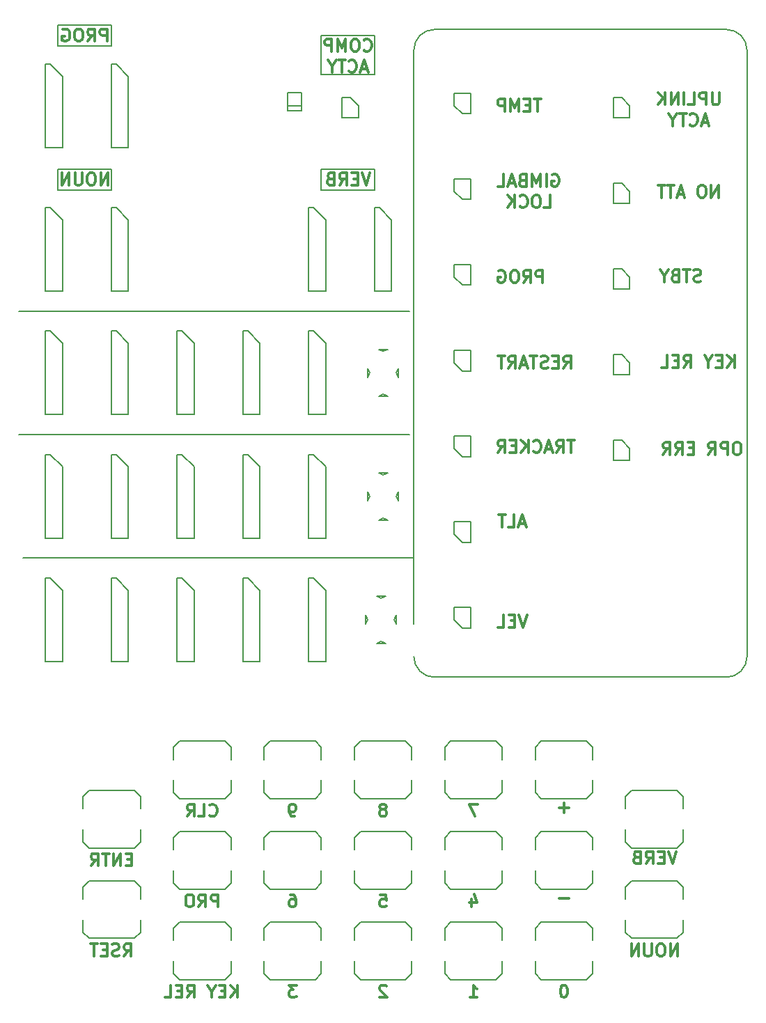
<source format=gbo>
G04 #@! TF.GenerationSoftware,KiCad,Pcbnew,(5.0.0-rc3-dev)*
G04 #@! TF.CreationDate,2018-11-12T18:29:11+00:00*
G04 #@! TF.ProjectId,agc-dsky,6167632D64736B792E6B696361645F70,v0.1*
G04 #@! TF.SameCoordinates,Original*
G04 #@! TF.FileFunction,Legend,Bot*
G04 #@! TF.FilePolarity,Positive*
%FSLAX46Y46*%
G04 Gerber Fmt 4.6, Leading zero omitted, Abs format (unit mm)*
G04 Created by KiCad (PCBNEW (5.0.0-rc3-dev)) date 11/12/18 18:29:11*
%MOMM*%
%LPD*%
G01*
G04 APERTURE LIST*
%ADD10C,0.300000*%
%ADD11C,0.200000*%
%ADD12C,0.150000*%
G04 APERTURE END LIST*
D10*
X139928571Y-131428571D02*
X139428571Y-132928571D01*
X138928571Y-131428571D01*
X138428571Y-132142857D02*
X137928571Y-132142857D01*
X137714285Y-132928571D02*
X138428571Y-132928571D01*
X138428571Y-131428571D01*
X137714285Y-131428571D01*
X136214285Y-132928571D02*
X136714285Y-132214285D01*
X137071428Y-132928571D02*
X137071428Y-131428571D01*
X136500000Y-131428571D01*
X136357142Y-131500000D01*
X136285714Y-131571428D01*
X136214285Y-131714285D01*
X136214285Y-131928571D01*
X136285714Y-132071428D01*
X136357142Y-132142857D01*
X136500000Y-132214285D01*
X137071428Y-132214285D01*
X135071428Y-132142857D02*
X134857142Y-132214285D01*
X134785714Y-132285714D01*
X134714285Y-132428571D01*
X134714285Y-132642857D01*
X134785714Y-132785714D01*
X134857142Y-132857142D01*
X135000000Y-132928571D01*
X135571428Y-132928571D01*
X135571428Y-131428571D01*
X135071428Y-131428571D01*
X134928571Y-131500000D01*
X134857142Y-131571428D01*
X134785714Y-131714285D01*
X134785714Y-131857142D01*
X134857142Y-132000000D01*
X134928571Y-132071428D01*
X135071428Y-132142857D01*
X135571428Y-132142857D01*
X140035714Y-144178571D02*
X140035714Y-142678571D01*
X139178571Y-144178571D01*
X139178571Y-142678571D01*
X138178571Y-142678571D02*
X137892857Y-142678571D01*
X137750000Y-142750000D01*
X137607142Y-142892857D01*
X137535714Y-143178571D01*
X137535714Y-143678571D01*
X137607142Y-143964285D01*
X137750000Y-144107142D01*
X137892857Y-144178571D01*
X138178571Y-144178571D01*
X138321428Y-144107142D01*
X138464285Y-143964285D01*
X138535714Y-143678571D01*
X138535714Y-143178571D01*
X138464285Y-142892857D01*
X138321428Y-142750000D01*
X138178571Y-142678571D01*
X136892857Y-142678571D02*
X136892857Y-143892857D01*
X136821428Y-144035714D01*
X136750000Y-144107142D01*
X136607142Y-144178571D01*
X136321428Y-144178571D01*
X136178571Y-144107142D01*
X136107142Y-144035714D01*
X136035714Y-143892857D01*
X136035714Y-142678571D01*
X135321428Y-144178571D02*
X135321428Y-142678571D01*
X134464285Y-144178571D01*
X134464285Y-142678571D01*
X72750000Y-144178571D02*
X73250000Y-143464285D01*
X73607142Y-144178571D02*
X73607142Y-142678571D01*
X73035714Y-142678571D01*
X72892857Y-142750000D01*
X72821428Y-142821428D01*
X72750000Y-142964285D01*
X72750000Y-143178571D01*
X72821428Y-143321428D01*
X72892857Y-143392857D01*
X73035714Y-143464285D01*
X73607142Y-143464285D01*
X72178571Y-144107142D02*
X71964285Y-144178571D01*
X71607142Y-144178571D01*
X71464285Y-144107142D01*
X71392857Y-144035714D01*
X71321428Y-143892857D01*
X71321428Y-143750000D01*
X71392857Y-143607142D01*
X71464285Y-143535714D01*
X71607142Y-143464285D01*
X71892857Y-143392857D01*
X72035714Y-143321428D01*
X72107142Y-143250000D01*
X72178571Y-143107142D01*
X72178571Y-142964285D01*
X72107142Y-142821428D01*
X72035714Y-142750000D01*
X71892857Y-142678571D01*
X71535714Y-142678571D01*
X71321428Y-142750000D01*
X70678571Y-143392857D02*
X70178571Y-143392857D01*
X69964285Y-144178571D02*
X70678571Y-144178571D01*
X70678571Y-142678571D01*
X69964285Y-142678571D01*
X69535714Y-142678571D02*
X68678571Y-142678571D01*
X69107142Y-144178571D02*
X69107142Y-142678571D01*
X73678571Y-132392857D02*
X73178571Y-132392857D01*
X72964285Y-133178571D02*
X73678571Y-133178571D01*
X73678571Y-131678571D01*
X72964285Y-131678571D01*
X72321428Y-133178571D02*
X72321428Y-131678571D01*
X71464285Y-133178571D01*
X71464285Y-131678571D01*
X70964285Y-131678571D02*
X70107142Y-131678571D01*
X70535714Y-133178571D02*
X70535714Y-131678571D01*
X68750000Y-133178571D02*
X69250000Y-132464285D01*
X69607142Y-133178571D02*
X69607142Y-131678571D01*
X69035714Y-131678571D01*
X68892857Y-131750000D01*
X68821428Y-131821428D01*
X68750000Y-131964285D01*
X68750000Y-132178571D01*
X68821428Y-132321428D01*
X68892857Y-132392857D01*
X69035714Y-132464285D01*
X69607142Y-132464285D01*
X86571428Y-149178571D02*
X86571428Y-147678571D01*
X85714285Y-149178571D02*
X86357142Y-148321428D01*
X85714285Y-147678571D02*
X86571428Y-148535714D01*
X85071428Y-148392857D02*
X84571428Y-148392857D01*
X84357142Y-149178571D02*
X85071428Y-149178571D01*
X85071428Y-147678571D01*
X84357142Y-147678571D01*
X83428571Y-148464285D02*
X83428571Y-149178571D01*
X83928571Y-147678571D02*
X83428571Y-148464285D01*
X82928571Y-147678571D01*
X80428571Y-149178571D02*
X80928571Y-148464285D01*
X81285714Y-149178571D02*
X81285714Y-147678571D01*
X80714285Y-147678571D01*
X80571428Y-147750000D01*
X80500000Y-147821428D01*
X80428571Y-147964285D01*
X80428571Y-148178571D01*
X80500000Y-148321428D01*
X80571428Y-148392857D01*
X80714285Y-148464285D01*
X81285714Y-148464285D01*
X79785714Y-148392857D02*
X79285714Y-148392857D01*
X79071428Y-149178571D02*
X79785714Y-149178571D01*
X79785714Y-147678571D01*
X79071428Y-147678571D01*
X77714285Y-149178571D02*
X78428571Y-149178571D01*
X78428571Y-147678571D01*
X84178571Y-138178571D02*
X84178571Y-136678571D01*
X83607142Y-136678571D01*
X83464285Y-136750000D01*
X83392857Y-136821428D01*
X83321428Y-136964285D01*
X83321428Y-137178571D01*
X83392857Y-137321428D01*
X83464285Y-137392857D01*
X83607142Y-137464285D01*
X84178571Y-137464285D01*
X81821428Y-138178571D02*
X82321428Y-137464285D01*
X82678571Y-138178571D02*
X82678571Y-136678571D01*
X82107142Y-136678571D01*
X81964285Y-136750000D01*
X81892857Y-136821428D01*
X81821428Y-136964285D01*
X81821428Y-137178571D01*
X81892857Y-137321428D01*
X81964285Y-137392857D01*
X82107142Y-137464285D01*
X82678571Y-137464285D01*
X80892857Y-136678571D02*
X80607142Y-136678571D01*
X80464285Y-136750000D01*
X80321428Y-136892857D01*
X80250000Y-137178571D01*
X80250000Y-137678571D01*
X80321428Y-137964285D01*
X80464285Y-138107142D01*
X80607142Y-138178571D01*
X80892857Y-138178571D01*
X81035714Y-138107142D01*
X81178571Y-137964285D01*
X81250000Y-137678571D01*
X81250000Y-137178571D01*
X81178571Y-136892857D01*
X81035714Y-136750000D01*
X80892857Y-136678571D01*
X83142857Y-127035714D02*
X83214285Y-127107142D01*
X83428571Y-127178571D01*
X83571428Y-127178571D01*
X83785714Y-127107142D01*
X83928571Y-126964285D01*
X84000000Y-126821428D01*
X84071428Y-126535714D01*
X84071428Y-126321428D01*
X84000000Y-126035714D01*
X83928571Y-125892857D01*
X83785714Y-125750000D01*
X83571428Y-125678571D01*
X83428571Y-125678571D01*
X83214285Y-125750000D01*
X83142857Y-125821428D01*
X81785714Y-127178571D02*
X82500000Y-127178571D01*
X82500000Y-125678571D01*
X80428571Y-127178571D02*
X80928571Y-126464285D01*
X81285714Y-127178571D02*
X81285714Y-125678571D01*
X80714285Y-125678571D01*
X80571428Y-125750000D01*
X80500000Y-125821428D01*
X80428571Y-125964285D01*
X80428571Y-126178571D01*
X80500000Y-126321428D01*
X80571428Y-126392857D01*
X80714285Y-126464285D01*
X81285714Y-126464285D01*
X93750000Y-147678571D02*
X92821428Y-147678571D01*
X93321428Y-148250000D01*
X93107142Y-148250000D01*
X92964285Y-148321428D01*
X92892857Y-148392857D01*
X92821428Y-148535714D01*
X92821428Y-148892857D01*
X92892857Y-149035714D01*
X92964285Y-149107142D01*
X93107142Y-149178571D01*
X93535714Y-149178571D01*
X93678571Y-149107142D01*
X93750000Y-149035714D01*
X92964285Y-136678571D02*
X93250000Y-136678571D01*
X93392857Y-136750000D01*
X93464285Y-136821428D01*
X93607142Y-137035714D01*
X93678571Y-137321428D01*
X93678571Y-137892857D01*
X93607142Y-138035714D01*
X93535714Y-138107142D01*
X93392857Y-138178571D01*
X93107142Y-138178571D01*
X92964285Y-138107142D01*
X92892857Y-138035714D01*
X92821428Y-137892857D01*
X92821428Y-137535714D01*
X92892857Y-137392857D01*
X92964285Y-137321428D01*
X93107142Y-137250000D01*
X93392857Y-137250000D01*
X93535714Y-137321428D01*
X93607142Y-137392857D01*
X93678571Y-137535714D01*
X93535714Y-127178571D02*
X93250000Y-127178571D01*
X93107142Y-127107142D01*
X93035714Y-127035714D01*
X92892857Y-126821428D01*
X92821428Y-126535714D01*
X92821428Y-125964285D01*
X92892857Y-125821428D01*
X92964285Y-125750000D01*
X93107142Y-125678571D01*
X93392857Y-125678571D01*
X93535714Y-125750000D01*
X93607142Y-125821428D01*
X93678571Y-125964285D01*
X93678571Y-126321428D01*
X93607142Y-126464285D01*
X93535714Y-126535714D01*
X93392857Y-126607142D01*
X93107142Y-126607142D01*
X92964285Y-126535714D01*
X92892857Y-126464285D01*
X92821428Y-126321428D01*
X104678571Y-147821428D02*
X104607142Y-147750000D01*
X104464285Y-147678571D01*
X104107142Y-147678571D01*
X103964285Y-147750000D01*
X103892857Y-147821428D01*
X103821428Y-147964285D01*
X103821428Y-148107142D01*
X103892857Y-148321428D01*
X104750000Y-149178571D01*
X103821428Y-149178571D01*
X103892857Y-136678571D02*
X104607142Y-136678571D01*
X104678571Y-137392857D01*
X104607142Y-137321428D01*
X104464285Y-137250000D01*
X104107142Y-137250000D01*
X103964285Y-137321428D01*
X103892857Y-137392857D01*
X103821428Y-137535714D01*
X103821428Y-137892857D01*
X103892857Y-138035714D01*
X103964285Y-138107142D01*
X104107142Y-138178571D01*
X104464285Y-138178571D01*
X104607142Y-138107142D01*
X104678571Y-138035714D01*
X104392857Y-126321428D02*
X104535714Y-126250000D01*
X104607142Y-126178571D01*
X104678571Y-126035714D01*
X104678571Y-125964285D01*
X104607142Y-125821428D01*
X104535714Y-125750000D01*
X104392857Y-125678571D01*
X104107142Y-125678571D01*
X103964285Y-125750000D01*
X103892857Y-125821428D01*
X103821428Y-125964285D01*
X103821428Y-126035714D01*
X103892857Y-126178571D01*
X103964285Y-126250000D01*
X104107142Y-126321428D01*
X104392857Y-126321428D01*
X104535714Y-126392857D01*
X104607142Y-126464285D01*
X104678571Y-126607142D01*
X104678571Y-126892857D01*
X104607142Y-127035714D01*
X104535714Y-127107142D01*
X104392857Y-127178571D01*
X104107142Y-127178571D01*
X103964285Y-127107142D01*
X103892857Y-127035714D01*
X103821428Y-126892857D01*
X103821428Y-126607142D01*
X103892857Y-126464285D01*
X103964285Y-126392857D01*
X104107142Y-126321428D01*
X115750000Y-125678571D02*
X114750000Y-125678571D01*
X115392857Y-127178571D01*
X114964285Y-137178571D02*
X114964285Y-138178571D01*
X115321428Y-136607142D02*
X115678571Y-137678571D01*
X114750000Y-137678571D01*
X114821428Y-149178571D02*
X115678571Y-149178571D01*
X115250000Y-149178571D02*
X115250000Y-147678571D01*
X115392857Y-147892857D01*
X115535714Y-148035714D01*
X115678571Y-148107142D01*
X126178571Y-147678571D02*
X126321428Y-147678571D01*
X126464285Y-147750000D01*
X126535714Y-147821428D01*
X126607142Y-147964285D01*
X126678571Y-148250000D01*
X126678571Y-148607142D01*
X126607142Y-148892857D01*
X126535714Y-149035714D01*
X126464285Y-149107142D01*
X126321428Y-149178571D01*
X126178571Y-149178571D01*
X126035714Y-149107142D01*
X125964285Y-149035714D01*
X125892857Y-148892857D01*
X125821428Y-148607142D01*
X125821428Y-148250000D01*
X125892857Y-147964285D01*
X125964285Y-147821428D01*
X126035714Y-147750000D01*
X126178571Y-147678571D01*
X125678571Y-137107142D02*
X126821428Y-137107142D01*
X125678571Y-126107142D02*
X126821428Y-126107142D01*
X126250000Y-126678571D02*
X126250000Y-125535714D01*
D11*
X110500000Y-110250000D02*
X146000000Y-110250000D01*
X110500000Y-31500000D02*
X146000000Y-31500000D01*
X146000000Y-110250000D02*
G75*
G03X148500000Y-107750000I0J2500000D01*
G01*
X148500000Y-34000000D02*
G75*
G03X146000000Y-31500000I-2500000J0D01*
G01*
X148500000Y-34000000D02*
X148500000Y-107750000D01*
X108000000Y-103750000D02*
X108000000Y-34000000D01*
X110500000Y-31500000D02*
G75*
G03X108000000Y-34000000I0J-2500000D01*
G01*
X108000000Y-107750000D02*
G75*
G03X110500000Y-110250000I2500000J0D01*
G01*
D10*
X124821428Y-49175000D02*
X124964285Y-49103571D01*
X125178571Y-49103571D01*
X125392857Y-49175000D01*
X125535714Y-49317857D01*
X125607142Y-49460714D01*
X125678571Y-49746428D01*
X125678571Y-49960714D01*
X125607142Y-50246428D01*
X125535714Y-50389285D01*
X125392857Y-50532142D01*
X125178571Y-50603571D01*
X125035714Y-50603571D01*
X124821428Y-50532142D01*
X124750000Y-50460714D01*
X124750000Y-49960714D01*
X125035714Y-49960714D01*
X124107142Y-50603571D02*
X124107142Y-49103571D01*
X123392857Y-50603571D02*
X123392857Y-49103571D01*
X122892857Y-50175000D01*
X122392857Y-49103571D01*
X122392857Y-50603571D01*
X121178571Y-49817857D02*
X120964285Y-49889285D01*
X120892857Y-49960714D01*
X120821428Y-50103571D01*
X120821428Y-50317857D01*
X120892857Y-50460714D01*
X120964285Y-50532142D01*
X121107142Y-50603571D01*
X121678571Y-50603571D01*
X121678571Y-49103571D01*
X121178571Y-49103571D01*
X121035714Y-49175000D01*
X120964285Y-49246428D01*
X120892857Y-49389285D01*
X120892857Y-49532142D01*
X120964285Y-49675000D01*
X121035714Y-49746428D01*
X121178571Y-49817857D01*
X121678571Y-49817857D01*
X120250000Y-50175000D02*
X119535714Y-50175000D01*
X120392857Y-50603571D02*
X119892857Y-49103571D01*
X119392857Y-50603571D01*
X118178571Y-50603571D02*
X118892857Y-50603571D01*
X118892857Y-49103571D01*
X123821428Y-53153571D02*
X124535714Y-53153571D01*
X124535714Y-51653571D01*
X123035714Y-51653571D02*
X122750000Y-51653571D01*
X122607142Y-51725000D01*
X122464285Y-51867857D01*
X122392857Y-52153571D01*
X122392857Y-52653571D01*
X122464285Y-52939285D01*
X122607142Y-53082142D01*
X122750000Y-53153571D01*
X123035714Y-53153571D01*
X123178571Y-53082142D01*
X123321428Y-52939285D01*
X123392857Y-52653571D01*
X123392857Y-52153571D01*
X123321428Y-51867857D01*
X123178571Y-51725000D01*
X123035714Y-51653571D01*
X120892857Y-53010714D02*
X120964285Y-53082142D01*
X121178571Y-53153571D01*
X121321428Y-53153571D01*
X121535714Y-53082142D01*
X121678571Y-52939285D01*
X121750000Y-52796428D01*
X121821428Y-52510714D01*
X121821428Y-52296428D01*
X121750000Y-52010714D01*
X121678571Y-51867857D01*
X121535714Y-51725000D01*
X121321428Y-51653571D01*
X121178571Y-51653571D01*
X120964285Y-51725000D01*
X120892857Y-51796428D01*
X120250000Y-53153571D02*
X120250000Y-51653571D01*
X119392857Y-53153571D02*
X120035714Y-52296428D01*
X119392857Y-51653571D02*
X120250000Y-52510714D01*
X121535714Y-91550000D02*
X120821428Y-91550000D01*
X121678571Y-91978571D02*
X121178571Y-90478571D01*
X120678571Y-91978571D01*
X119464285Y-91978571D02*
X120178571Y-91978571D01*
X120178571Y-90478571D01*
X119178571Y-90478571D02*
X118321428Y-90478571D01*
X118750000Y-91978571D02*
X118750000Y-90478571D01*
X121785714Y-102678571D02*
X121285714Y-104178571D01*
X120785714Y-102678571D01*
X120285714Y-103392857D02*
X119785714Y-103392857D01*
X119571428Y-104178571D02*
X120285714Y-104178571D01*
X120285714Y-102678571D01*
X119571428Y-102678571D01*
X118214285Y-104178571D02*
X118928571Y-104178571D01*
X118928571Y-102678571D01*
X127550000Y-81428571D02*
X126692857Y-81428571D01*
X127121428Y-82928571D02*
X127121428Y-81428571D01*
X125335714Y-82928571D02*
X125835714Y-82214285D01*
X126192857Y-82928571D02*
X126192857Y-81428571D01*
X125621428Y-81428571D01*
X125478571Y-81500000D01*
X125407142Y-81571428D01*
X125335714Y-81714285D01*
X125335714Y-81928571D01*
X125407142Y-82071428D01*
X125478571Y-82142857D01*
X125621428Y-82214285D01*
X126192857Y-82214285D01*
X124764285Y-82500000D02*
X124050000Y-82500000D01*
X124907142Y-82928571D02*
X124407142Y-81428571D01*
X123907142Y-82928571D01*
X122550000Y-82785714D02*
X122621428Y-82857142D01*
X122835714Y-82928571D01*
X122978571Y-82928571D01*
X123192857Y-82857142D01*
X123335714Y-82714285D01*
X123407142Y-82571428D01*
X123478571Y-82285714D01*
X123478571Y-82071428D01*
X123407142Y-81785714D01*
X123335714Y-81642857D01*
X123192857Y-81500000D01*
X122978571Y-81428571D01*
X122835714Y-81428571D01*
X122621428Y-81500000D01*
X122550000Y-81571428D01*
X121907142Y-82928571D02*
X121907142Y-81428571D01*
X121050000Y-82928571D02*
X121692857Y-82071428D01*
X121050000Y-81428571D02*
X121907142Y-82285714D01*
X120407142Y-82142857D02*
X119907142Y-82142857D01*
X119692857Y-82928571D02*
X120407142Y-82928571D01*
X120407142Y-81428571D01*
X119692857Y-81428571D01*
X118192857Y-82928571D02*
X118692857Y-82214285D01*
X119050000Y-82928571D02*
X119050000Y-81428571D01*
X118478571Y-81428571D01*
X118335714Y-81500000D01*
X118264285Y-81571428D01*
X118192857Y-81714285D01*
X118192857Y-81928571D01*
X118264285Y-82071428D01*
X118335714Y-82142857D01*
X118478571Y-82214285D01*
X119050000Y-82214285D01*
X126214285Y-72678571D02*
X126714285Y-71964285D01*
X127071428Y-72678571D02*
X127071428Y-71178571D01*
X126500000Y-71178571D01*
X126357142Y-71250000D01*
X126285714Y-71321428D01*
X126214285Y-71464285D01*
X126214285Y-71678571D01*
X126285714Y-71821428D01*
X126357142Y-71892857D01*
X126500000Y-71964285D01*
X127071428Y-71964285D01*
X125571428Y-71892857D02*
X125071428Y-71892857D01*
X124857142Y-72678571D02*
X125571428Y-72678571D01*
X125571428Y-71178571D01*
X124857142Y-71178571D01*
X124285714Y-72607142D02*
X124071428Y-72678571D01*
X123714285Y-72678571D01*
X123571428Y-72607142D01*
X123500000Y-72535714D01*
X123428571Y-72392857D01*
X123428571Y-72250000D01*
X123500000Y-72107142D01*
X123571428Y-72035714D01*
X123714285Y-71964285D01*
X124000000Y-71892857D01*
X124142857Y-71821428D01*
X124214285Y-71750000D01*
X124285714Y-71607142D01*
X124285714Y-71464285D01*
X124214285Y-71321428D01*
X124142857Y-71250000D01*
X124000000Y-71178571D01*
X123642857Y-71178571D01*
X123428571Y-71250000D01*
X123000000Y-71178571D02*
X122142857Y-71178571D01*
X122571428Y-72678571D02*
X122571428Y-71178571D01*
X121714285Y-72250000D02*
X121000000Y-72250000D01*
X121857142Y-72678571D02*
X121357142Y-71178571D01*
X120857142Y-72678571D01*
X119500000Y-72678571D02*
X120000000Y-71964285D01*
X120357142Y-72678571D02*
X120357142Y-71178571D01*
X119785714Y-71178571D01*
X119642857Y-71250000D01*
X119571428Y-71321428D01*
X119500000Y-71464285D01*
X119500000Y-71678571D01*
X119571428Y-71821428D01*
X119642857Y-71892857D01*
X119785714Y-71964285D01*
X120357142Y-71964285D01*
X119071428Y-71178571D02*
X118214285Y-71178571D01*
X118642857Y-72678571D02*
X118642857Y-71178571D01*
X123678571Y-62278571D02*
X123678571Y-60778571D01*
X123107142Y-60778571D01*
X122964285Y-60850000D01*
X122892857Y-60921428D01*
X122821428Y-61064285D01*
X122821428Y-61278571D01*
X122892857Y-61421428D01*
X122964285Y-61492857D01*
X123107142Y-61564285D01*
X123678571Y-61564285D01*
X121321428Y-62278571D02*
X121821428Y-61564285D01*
X122178571Y-62278571D02*
X122178571Y-60778571D01*
X121607142Y-60778571D01*
X121464285Y-60850000D01*
X121392857Y-60921428D01*
X121321428Y-61064285D01*
X121321428Y-61278571D01*
X121392857Y-61421428D01*
X121464285Y-61492857D01*
X121607142Y-61564285D01*
X122178571Y-61564285D01*
X120392857Y-60778571D02*
X120107142Y-60778571D01*
X119964285Y-60850000D01*
X119821428Y-60992857D01*
X119750000Y-61278571D01*
X119750000Y-61778571D01*
X119821428Y-62064285D01*
X119964285Y-62207142D01*
X120107142Y-62278571D01*
X120392857Y-62278571D01*
X120535714Y-62207142D01*
X120678571Y-62064285D01*
X120750000Y-61778571D01*
X120750000Y-61278571D01*
X120678571Y-60992857D01*
X120535714Y-60850000D01*
X120392857Y-60778571D01*
X118321428Y-60850000D02*
X118464285Y-60778571D01*
X118678571Y-60778571D01*
X118892857Y-60850000D01*
X119035714Y-60992857D01*
X119107142Y-61135714D01*
X119178571Y-61421428D01*
X119178571Y-61635714D01*
X119107142Y-61921428D01*
X119035714Y-62064285D01*
X118892857Y-62207142D01*
X118678571Y-62278571D01*
X118535714Y-62278571D01*
X118321428Y-62207142D01*
X118250000Y-62135714D01*
X118250000Y-61635714D01*
X118535714Y-61635714D01*
X123464285Y-39978571D02*
X122607142Y-39978571D01*
X123035714Y-41478571D02*
X123035714Y-39978571D01*
X122107142Y-40692857D02*
X121607142Y-40692857D01*
X121392857Y-41478571D02*
X122107142Y-41478571D01*
X122107142Y-39978571D01*
X121392857Y-39978571D01*
X120750000Y-41478571D02*
X120750000Y-39978571D01*
X120250000Y-41050000D01*
X119750000Y-39978571D01*
X119750000Y-41478571D01*
X119035714Y-41478571D02*
X119035714Y-39978571D01*
X118464285Y-39978571D01*
X118321428Y-40050000D01*
X118250000Y-40121428D01*
X118178571Y-40264285D01*
X118178571Y-40478571D01*
X118250000Y-40621428D01*
X118321428Y-40692857D01*
X118464285Y-40764285D01*
X119035714Y-40764285D01*
X147442857Y-81678571D02*
X147157142Y-81678571D01*
X147014285Y-81750000D01*
X146871428Y-81892857D01*
X146800000Y-82178571D01*
X146800000Y-82678571D01*
X146871428Y-82964285D01*
X147014285Y-83107142D01*
X147157142Y-83178571D01*
X147442857Y-83178571D01*
X147585714Y-83107142D01*
X147728571Y-82964285D01*
X147800000Y-82678571D01*
X147800000Y-82178571D01*
X147728571Y-81892857D01*
X147585714Y-81750000D01*
X147442857Y-81678571D01*
X146157142Y-83178571D02*
X146157142Y-81678571D01*
X145585714Y-81678571D01*
X145442857Y-81750000D01*
X145371428Y-81821428D01*
X145300000Y-81964285D01*
X145300000Y-82178571D01*
X145371428Y-82321428D01*
X145442857Y-82392857D01*
X145585714Y-82464285D01*
X146157142Y-82464285D01*
X143800000Y-83178571D02*
X144300000Y-82464285D01*
X144657142Y-83178571D02*
X144657142Y-81678571D01*
X144085714Y-81678571D01*
X143942857Y-81750000D01*
X143871428Y-81821428D01*
X143800000Y-81964285D01*
X143800000Y-82178571D01*
X143871428Y-82321428D01*
X143942857Y-82392857D01*
X144085714Y-82464285D01*
X144657142Y-82464285D01*
X142014285Y-82392857D02*
X141514285Y-82392857D01*
X141300000Y-83178571D02*
X142014285Y-83178571D01*
X142014285Y-81678571D01*
X141300000Y-81678571D01*
X139800000Y-83178571D02*
X140300000Y-82464285D01*
X140657142Y-83178571D02*
X140657142Y-81678571D01*
X140085714Y-81678571D01*
X139942857Y-81750000D01*
X139871428Y-81821428D01*
X139800000Y-81964285D01*
X139800000Y-82178571D01*
X139871428Y-82321428D01*
X139942857Y-82392857D01*
X140085714Y-82464285D01*
X140657142Y-82464285D01*
X138300000Y-83178571D02*
X138800000Y-82464285D01*
X139157142Y-83178571D02*
X139157142Y-81678571D01*
X138585714Y-81678571D01*
X138442857Y-81750000D01*
X138371428Y-81821428D01*
X138300000Y-81964285D01*
X138300000Y-82178571D01*
X138371428Y-82321428D01*
X138442857Y-82392857D01*
X138585714Y-82464285D01*
X139157142Y-82464285D01*
X146971428Y-72578571D02*
X146971428Y-71078571D01*
X146114285Y-72578571D02*
X146757142Y-71721428D01*
X146114285Y-71078571D02*
X146971428Y-71935714D01*
X145471428Y-71792857D02*
X144971428Y-71792857D01*
X144757142Y-72578571D02*
X145471428Y-72578571D01*
X145471428Y-71078571D01*
X144757142Y-71078571D01*
X143828571Y-71864285D02*
X143828571Y-72578571D01*
X144328571Y-71078571D02*
X143828571Y-71864285D01*
X143328571Y-71078571D01*
X140828571Y-72578571D02*
X141328571Y-71864285D01*
X141685714Y-72578571D02*
X141685714Y-71078571D01*
X141114285Y-71078571D01*
X140971428Y-71150000D01*
X140900000Y-71221428D01*
X140828571Y-71364285D01*
X140828571Y-71578571D01*
X140900000Y-71721428D01*
X140971428Y-71792857D01*
X141114285Y-71864285D01*
X141685714Y-71864285D01*
X140185714Y-71792857D02*
X139685714Y-71792857D01*
X139471428Y-72578571D02*
X140185714Y-72578571D01*
X140185714Y-71078571D01*
X139471428Y-71078571D01*
X138114285Y-72578571D02*
X138828571Y-72578571D01*
X138828571Y-71078571D01*
X142892857Y-62107142D02*
X142678571Y-62178571D01*
X142321428Y-62178571D01*
X142178571Y-62107142D01*
X142107142Y-62035714D01*
X142035714Y-61892857D01*
X142035714Y-61750000D01*
X142107142Y-61607142D01*
X142178571Y-61535714D01*
X142321428Y-61464285D01*
X142607142Y-61392857D01*
X142750000Y-61321428D01*
X142821428Y-61250000D01*
X142892857Y-61107142D01*
X142892857Y-60964285D01*
X142821428Y-60821428D01*
X142750000Y-60750000D01*
X142607142Y-60678571D01*
X142250000Y-60678571D01*
X142035714Y-60750000D01*
X141607142Y-60678571D02*
X140750000Y-60678571D01*
X141178571Y-62178571D02*
X141178571Y-60678571D01*
X139750000Y-61392857D02*
X139535714Y-61464285D01*
X139464285Y-61535714D01*
X139392857Y-61678571D01*
X139392857Y-61892857D01*
X139464285Y-62035714D01*
X139535714Y-62107142D01*
X139678571Y-62178571D01*
X140250000Y-62178571D01*
X140250000Y-60678571D01*
X139750000Y-60678571D01*
X139607142Y-60750000D01*
X139535714Y-60821428D01*
X139464285Y-60964285D01*
X139464285Y-61107142D01*
X139535714Y-61250000D01*
X139607142Y-61321428D01*
X139750000Y-61392857D01*
X140250000Y-61392857D01*
X138464285Y-61464285D02*
X138464285Y-62178571D01*
X138964285Y-60678571D02*
X138464285Y-61464285D01*
X137964285Y-60678571D01*
X145021428Y-51928571D02*
X145021428Y-50428571D01*
X144164285Y-51928571D01*
X144164285Y-50428571D01*
X143164285Y-50428571D02*
X142878571Y-50428571D01*
X142735714Y-50500000D01*
X142592857Y-50642857D01*
X142521428Y-50928571D01*
X142521428Y-51428571D01*
X142592857Y-51714285D01*
X142735714Y-51857142D01*
X142878571Y-51928571D01*
X143164285Y-51928571D01*
X143307142Y-51857142D01*
X143450000Y-51714285D01*
X143521428Y-51428571D01*
X143521428Y-50928571D01*
X143450000Y-50642857D01*
X143307142Y-50500000D01*
X143164285Y-50428571D01*
X140807142Y-51500000D02*
X140092857Y-51500000D01*
X140950000Y-51928571D02*
X140450000Y-50428571D01*
X139950000Y-51928571D01*
X139664285Y-50428571D02*
X138807142Y-50428571D01*
X139235714Y-51928571D02*
X139235714Y-50428571D01*
X138521428Y-50428571D02*
X137664285Y-50428571D01*
X138092857Y-51928571D02*
X138092857Y-50428571D01*
X145128571Y-39153571D02*
X145128571Y-40367857D01*
X145057142Y-40510714D01*
X144985714Y-40582142D01*
X144842857Y-40653571D01*
X144557142Y-40653571D01*
X144414285Y-40582142D01*
X144342857Y-40510714D01*
X144271428Y-40367857D01*
X144271428Y-39153571D01*
X143557142Y-40653571D02*
X143557142Y-39153571D01*
X142985714Y-39153571D01*
X142842857Y-39225000D01*
X142771428Y-39296428D01*
X142700000Y-39439285D01*
X142700000Y-39653571D01*
X142771428Y-39796428D01*
X142842857Y-39867857D01*
X142985714Y-39939285D01*
X143557142Y-39939285D01*
X141342857Y-40653571D02*
X142057142Y-40653571D01*
X142057142Y-39153571D01*
X140842857Y-40653571D02*
X140842857Y-39153571D01*
X140128571Y-40653571D02*
X140128571Y-39153571D01*
X139271428Y-40653571D01*
X139271428Y-39153571D01*
X138557142Y-40653571D02*
X138557142Y-39153571D01*
X137700000Y-40653571D02*
X138342857Y-39796428D01*
X137700000Y-39153571D02*
X138557142Y-40010714D01*
X143771428Y-42775000D02*
X143057142Y-42775000D01*
X143914285Y-43203571D02*
X143414285Y-41703571D01*
X142914285Y-43203571D01*
X141557142Y-43060714D02*
X141628571Y-43132142D01*
X141842857Y-43203571D01*
X141985714Y-43203571D01*
X142200000Y-43132142D01*
X142342857Y-42989285D01*
X142414285Y-42846428D01*
X142485714Y-42560714D01*
X142485714Y-42346428D01*
X142414285Y-42060714D01*
X142342857Y-41917857D01*
X142200000Y-41775000D01*
X141985714Y-41703571D01*
X141842857Y-41703571D01*
X141628571Y-41775000D01*
X141557142Y-41846428D01*
X141128571Y-41703571D02*
X140271428Y-41703571D01*
X140700000Y-43203571D02*
X140700000Y-41703571D01*
X139485714Y-42489285D02*
X139485714Y-43203571D01*
X139985714Y-41703571D02*
X139485714Y-42489285D01*
X138985714Y-41703571D01*
D11*
X103250000Y-32250000D02*
X103250000Y-37000000D01*
X96750000Y-37000000D02*
X96750000Y-32250000D01*
X96750000Y-32250000D02*
X103250000Y-32250000D01*
X103250000Y-37000000D02*
X96750000Y-37000000D01*
X103250000Y-48500000D02*
X103250000Y-51000000D01*
X96750000Y-51000000D02*
X96750000Y-48500000D01*
X96750000Y-48500000D02*
X103250000Y-48500000D01*
X103250000Y-51000000D02*
X96750000Y-51000000D01*
X71250000Y-31000000D02*
X71250000Y-33500000D01*
X64750000Y-33500000D02*
X64750000Y-31000000D01*
X64750000Y-31000000D02*
X71250000Y-31000000D01*
X71250000Y-33500000D02*
X64750000Y-33500000D01*
X64750000Y-51000000D02*
X64750000Y-48500000D01*
X71250000Y-51000000D02*
X64750000Y-51000000D01*
X71250000Y-48500000D02*
X71250000Y-51000000D01*
X64750000Y-48500000D02*
X71250000Y-48500000D01*
D10*
X101928571Y-34010714D02*
X102000000Y-34082142D01*
X102214285Y-34153571D01*
X102357142Y-34153571D01*
X102571428Y-34082142D01*
X102714285Y-33939285D01*
X102785714Y-33796428D01*
X102857142Y-33510714D01*
X102857142Y-33296428D01*
X102785714Y-33010714D01*
X102714285Y-32867857D01*
X102571428Y-32725000D01*
X102357142Y-32653571D01*
X102214285Y-32653571D01*
X102000000Y-32725000D01*
X101928571Y-32796428D01*
X101000000Y-32653571D02*
X100714285Y-32653571D01*
X100571428Y-32725000D01*
X100428571Y-32867857D01*
X100357142Y-33153571D01*
X100357142Y-33653571D01*
X100428571Y-33939285D01*
X100571428Y-34082142D01*
X100714285Y-34153571D01*
X101000000Y-34153571D01*
X101142857Y-34082142D01*
X101285714Y-33939285D01*
X101357142Y-33653571D01*
X101357142Y-33153571D01*
X101285714Y-32867857D01*
X101142857Y-32725000D01*
X101000000Y-32653571D01*
X99714285Y-34153571D02*
X99714285Y-32653571D01*
X99214285Y-33725000D01*
X98714285Y-32653571D01*
X98714285Y-34153571D01*
X98000000Y-34153571D02*
X98000000Y-32653571D01*
X97428571Y-32653571D01*
X97285714Y-32725000D01*
X97214285Y-32796428D01*
X97142857Y-32939285D01*
X97142857Y-33153571D01*
X97214285Y-33296428D01*
X97285714Y-33367857D01*
X97428571Y-33439285D01*
X98000000Y-33439285D01*
X102321428Y-36275000D02*
X101607142Y-36275000D01*
X102464285Y-36703571D02*
X101964285Y-35203571D01*
X101464285Y-36703571D01*
X100107142Y-36560714D02*
X100178571Y-36632142D01*
X100392857Y-36703571D01*
X100535714Y-36703571D01*
X100750000Y-36632142D01*
X100892857Y-36489285D01*
X100964285Y-36346428D01*
X101035714Y-36060714D01*
X101035714Y-35846428D01*
X100964285Y-35560714D01*
X100892857Y-35417857D01*
X100750000Y-35275000D01*
X100535714Y-35203571D01*
X100392857Y-35203571D01*
X100178571Y-35275000D01*
X100107142Y-35346428D01*
X99678571Y-35203571D02*
X98821428Y-35203571D01*
X99250000Y-36703571D02*
X99250000Y-35203571D01*
X98035714Y-35989285D02*
X98035714Y-36703571D01*
X98535714Y-35203571D02*
X98035714Y-35989285D01*
X97535714Y-35203571D01*
X70678571Y-32928571D02*
X70678571Y-31428571D01*
X70107142Y-31428571D01*
X69964285Y-31500000D01*
X69892857Y-31571428D01*
X69821428Y-31714285D01*
X69821428Y-31928571D01*
X69892857Y-32071428D01*
X69964285Y-32142857D01*
X70107142Y-32214285D01*
X70678571Y-32214285D01*
X68321428Y-32928571D02*
X68821428Y-32214285D01*
X69178571Y-32928571D02*
X69178571Y-31428571D01*
X68607142Y-31428571D01*
X68464285Y-31500000D01*
X68392857Y-31571428D01*
X68321428Y-31714285D01*
X68321428Y-31928571D01*
X68392857Y-32071428D01*
X68464285Y-32142857D01*
X68607142Y-32214285D01*
X69178571Y-32214285D01*
X67392857Y-31428571D02*
X67107142Y-31428571D01*
X66964285Y-31500000D01*
X66821428Y-31642857D01*
X66750000Y-31928571D01*
X66750000Y-32428571D01*
X66821428Y-32714285D01*
X66964285Y-32857142D01*
X67107142Y-32928571D01*
X67392857Y-32928571D01*
X67535714Y-32857142D01*
X67678571Y-32714285D01*
X67750000Y-32428571D01*
X67750000Y-31928571D01*
X67678571Y-31642857D01*
X67535714Y-31500000D01*
X67392857Y-31428571D01*
X65321428Y-31500000D02*
X65464285Y-31428571D01*
X65678571Y-31428571D01*
X65892857Y-31500000D01*
X66035714Y-31642857D01*
X66107142Y-31785714D01*
X66178571Y-32071428D01*
X66178571Y-32285714D01*
X66107142Y-32571428D01*
X66035714Y-32714285D01*
X65892857Y-32857142D01*
X65678571Y-32928571D01*
X65535714Y-32928571D01*
X65321428Y-32857142D01*
X65250000Y-32785714D01*
X65250000Y-32285714D01*
X65535714Y-32285714D01*
X102678571Y-48928571D02*
X102178571Y-50428571D01*
X101678571Y-48928571D01*
X101178571Y-49642857D02*
X100678571Y-49642857D01*
X100464285Y-50428571D02*
X101178571Y-50428571D01*
X101178571Y-48928571D01*
X100464285Y-48928571D01*
X98964285Y-50428571D02*
X99464285Y-49714285D01*
X99821428Y-50428571D02*
X99821428Y-48928571D01*
X99250000Y-48928571D01*
X99107142Y-49000000D01*
X99035714Y-49071428D01*
X98964285Y-49214285D01*
X98964285Y-49428571D01*
X99035714Y-49571428D01*
X99107142Y-49642857D01*
X99250000Y-49714285D01*
X99821428Y-49714285D01*
X97821428Y-49642857D02*
X97607142Y-49714285D01*
X97535714Y-49785714D01*
X97464285Y-49928571D01*
X97464285Y-50142857D01*
X97535714Y-50285714D01*
X97607142Y-50357142D01*
X97750000Y-50428571D01*
X98321428Y-50428571D01*
X98321428Y-48928571D01*
X97821428Y-48928571D01*
X97678571Y-49000000D01*
X97607142Y-49071428D01*
X97535714Y-49214285D01*
X97535714Y-49357142D01*
X97607142Y-49500000D01*
X97678571Y-49571428D01*
X97821428Y-49642857D01*
X98321428Y-49642857D01*
D11*
X60000000Y-65750000D02*
X107500000Y-65750000D01*
X60000000Y-80750000D02*
X107500000Y-80750000D01*
X60500000Y-95750000D02*
X108000000Y-95750000D01*
D10*
X70785714Y-50428571D02*
X70785714Y-48928571D01*
X69928571Y-50428571D01*
X69928571Y-48928571D01*
X68928571Y-48928571D02*
X68642857Y-48928571D01*
X68500000Y-49000000D01*
X68357142Y-49142857D01*
X68285714Y-49428571D01*
X68285714Y-49928571D01*
X68357142Y-50214285D01*
X68500000Y-50357142D01*
X68642857Y-50428571D01*
X68928571Y-50428571D01*
X69071428Y-50357142D01*
X69214285Y-50214285D01*
X69285714Y-49928571D01*
X69285714Y-49428571D01*
X69214285Y-49142857D01*
X69071428Y-49000000D01*
X68928571Y-48928571D01*
X67642857Y-48928571D02*
X67642857Y-50142857D01*
X67571428Y-50285714D01*
X67500000Y-50357142D01*
X67357142Y-50428571D01*
X67071428Y-50428571D01*
X66928571Y-50357142D01*
X66857142Y-50285714D01*
X66785714Y-50142857D01*
X66785714Y-48928571D01*
X66071428Y-50428571D02*
X66071428Y-48928571D01*
X65214285Y-50428571D01*
X65214285Y-48928571D01*
D12*
G04 #@! TO.C,IC17*
X73290000Y-99670000D02*
X71790000Y-98170000D01*
X71210000Y-98170000D02*
X71790000Y-98170000D01*
X71210000Y-108330000D02*
X71210000Y-98170000D01*
X73290000Y-108330000D02*
X71210000Y-108330000D01*
X73290000Y-99670000D02*
X73290000Y-108330000D01*
G04 #@! TO.C,IC22*
X105290000Y-54670000D02*
X105290000Y-63330000D01*
X105290000Y-63330000D02*
X103210000Y-63330000D01*
X103210000Y-63330000D02*
X103210000Y-53170000D01*
X103210000Y-53170000D02*
X103790000Y-53170000D01*
X105290000Y-54670000D02*
X103790000Y-53170000D01*
G04 #@! TO.C,IC25*
X97290000Y-54670000D02*
X95790000Y-53170000D01*
X95210000Y-53170000D02*
X95790000Y-53170000D01*
X95210000Y-63330000D02*
X95210000Y-53170000D01*
X97290000Y-63330000D02*
X95210000Y-63330000D01*
X97290000Y-54670000D02*
X97290000Y-63330000D01*
G04 #@! TO.C,IC7*
X97290000Y-84670000D02*
X97290000Y-93330000D01*
X97290000Y-93330000D02*
X95210000Y-93330000D01*
X95210000Y-93330000D02*
X95210000Y-83170000D01*
X95210000Y-83170000D02*
X95790000Y-83170000D01*
X97290000Y-84670000D02*
X95790000Y-83170000D01*
G04 #@! TO.C,IC8*
X97290000Y-99670000D02*
X95790000Y-98170000D01*
X95210000Y-98170000D02*
X95790000Y-98170000D01*
X95210000Y-108330000D02*
X95210000Y-98170000D01*
X97290000Y-108330000D02*
X95210000Y-108330000D01*
X97290000Y-99670000D02*
X97290000Y-108330000D01*
G04 #@! TO.C,IC9*
X89290000Y-69670000D02*
X89290000Y-78330000D01*
X89290000Y-78330000D02*
X87210000Y-78330000D01*
X87210000Y-78330000D02*
X87210000Y-68170000D01*
X87210000Y-68170000D02*
X87790000Y-68170000D01*
X89290000Y-69670000D02*
X87790000Y-68170000D01*
G04 #@! TO.C,IC10*
X89290000Y-84670000D02*
X89290000Y-93330000D01*
X89290000Y-93330000D02*
X87210000Y-93330000D01*
X87210000Y-93330000D02*
X87210000Y-83170000D01*
X87210000Y-83170000D02*
X87790000Y-83170000D01*
X89290000Y-84670000D02*
X87790000Y-83170000D01*
G04 #@! TO.C,IC11*
X89290000Y-99670000D02*
X87790000Y-98170000D01*
X87210000Y-98170000D02*
X87790000Y-98170000D01*
X87210000Y-108330000D02*
X87210000Y-98170000D01*
X89290000Y-108330000D02*
X87210000Y-108330000D01*
X89290000Y-99670000D02*
X89290000Y-108330000D01*
G04 #@! TO.C,IC12*
X81290000Y-69670000D02*
X79790000Y-68170000D01*
X79210000Y-68170000D02*
X79790000Y-68170000D01*
X79210000Y-78330000D02*
X79210000Y-68170000D01*
X81290000Y-78330000D02*
X79210000Y-78330000D01*
X81290000Y-69670000D02*
X81290000Y-78330000D01*
G04 #@! TO.C,IC13*
X81290000Y-84670000D02*
X81290000Y-93330000D01*
X81290000Y-93330000D02*
X79210000Y-93330000D01*
X79210000Y-93330000D02*
X79210000Y-83170000D01*
X79210000Y-83170000D02*
X79790000Y-83170000D01*
X81290000Y-84670000D02*
X79790000Y-83170000D01*
G04 #@! TO.C,IC14*
X81290000Y-99670000D02*
X79790000Y-98170000D01*
X79210000Y-98170000D02*
X79790000Y-98170000D01*
X79210000Y-108330000D02*
X79210000Y-98170000D01*
X81290000Y-108330000D02*
X79210000Y-108330000D01*
X81290000Y-99670000D02*
X81290000Y-108330000D01*
G04 #@! TO.C,IC15*
X73290000Y-69670000D02*
X73290000Y-78330000D01*
X73290000Y-78330000D02*
X71210000Y-78330000D01*
X71210000Y-78330000D02*
X71210000Y-68170000D01*
X71210000Y-68170000D02*
X71790000Y-68170000D01*
X73290000Y-69670000D02*
X71790000Y-68170000D01*
G04 #@! TO.C,IC16*
X73290000Y-84670000D02*
X73290000Y-93330000D01*
X73290000Y-93330000D02*
X71210000Y-93330000D01*
X71210000Y-93330000D02*
X71210000Y-83170000D01*
X71210000Y-83170000D02*
X71790000Y-83170000D01*
X73290000Y-84670000D02*
X71790000Y-83170000D01*
G04 #@! TO.C,IC18*
X65290000Y-69670000D02*
X65290000Y-78330000D01*
X65290000Y-78330000D02*
X63210000Y-78330000D01*
X63210000Y-78330000D02*
X63210000Y-68170000D01*
X63210000Y-68170000D02*
X63790000Y-68170000D01*
X65290000Y-69670000D02*
X63790000Y-68170000D01*
G04 #@! TO.C,IC19*
X65290000Y-84670000D02*
X63790000Y-83170000D01*
X63210000Y-83170000D02*
X63790000Y-83170000D01*
X63210000Y-93330000D02*
X63210000Y-83170000D01*
X65290000Y-93330000D02*
X63210000Y-93330000D01*
X65290000Y-84670000D02*
X65290000Y-93330000D01*
G04 #@! TO.C,IC20*
X65290000Y-99670000D02*
X63790000Y-98170000D01*
X63210000Y-98170000D02*
X63790000Y-98170000D01*
X63210000Y-108330000D02*
X63210000Y-98170000D01*
X65290000Y-108330000D02*
X63210000Y-108330000D01*
X65290000Y-99670000D02*
X65290000Y-108330000D01*
G04 #@! TO.C,IC21*
X73290000Y-37220000D02*
X73290000Y-45880000D01*
X73290000Y-45880000D02*
X71210000Y-45880000D01*
X71210000Y-45880000D02*
X71210000Y-35720000D01*
X71210000Y-35720000D02*
X71790000Y-35720000D01*
X73290000Y-37220000D02*
X71790000Y-35720000D01*
G04 #@! TO.C,IC23*
X73290000Y-54670000D02*
X73290000Y-63330000D01*
X73290000Y-63330000D02*
X71210000Y-63330000D01*
X71210000Y-63330000D02*
X71210000Y-53170000D01*
X71210000Y-53170000D02*
X71790000Y-53170000D01*
X73290000Y-54670000D02*
X71790000Y-53170000D01*
G04 #@! TO.C,IC24*
X65290000Y-37220000D02*
X65290000Y-45880000D01*
X65290000Y-45880000D02*
X63210000Y-45880000D01*
X63210000Y-45880000D02*
X63210000Y-35720000D01*
X63210000Y-35720000D02*
X63790000Y-35720000D01*
X65290000Y-37220000D02*
X63790000Y-35720000D01*
G04 #@! TO.C,IC26*
X65290000Y-54670000D02*
X63790000Y-53170000D01*
X63210000Y-53170000D02*
X63790000Y-53170000D01*
X63210000Y-63330000D02*
X63210000Y-53170000D01*
X65290000Y-63330000D02*
X63210000Y-63330000D01*
X65290000Y-54670000D02*
X65290000Y-63330000D01*
G04 #@! TO.C,SW1*
X129750000Y-120250000D02*
X129750000Y-118750000D01*
X129750000Y-118750000D02*
X129000000Y-118000000D01*
X129000000Y-118000000D02*
X123500000Y-118000000D01*
X122750000Y-120250000D02*
X122750000Y-118750000D01*
X122750000Y-118750000D02*
X123500000Y-118000000D01*
X122750000Y-122750000D02*
X122750000Y-124250000D01*
X129750000Y-122750000D02*
X129750000Y-124250000D01*
X123500000Y-125000000D02*
X129000000Y-125000000D01*
X122750000Y-124250000D02*
X123500000Y-125000000D01*
X129750000Y-124250000D02*
X129000000Y-125000000D01*
G04 #@! TO.C,SW2*
X129750000Y-135250000D02*
X129000000Y-136000000D01*
X122750000Y-135250000D02*
X123500000Y-136000000D01*
X123500000Y-136000000D02*
X129000000Y-136000000D01*
X129750000Y-133750000D02*
X129750000Y-135250000D01*
X122750000Y-133750000D02*
X122750000Y-135250000D01*
X122750000Y-129750000D02*
X123500000Y-129000000D01*
X122750000Y-131250000D02*
X122750000Y-129750000D01*
X129000000Y-129000000D02*
X123500000Y-129000000D01*
X129750000Y-129750000D02*
X129000000Y-129000000D01*
X129750000Y-131250000D02*
X129750000Y-129750000D01*
G04 #@! TO.C,SW3*
X129750000Y-142250000D02*
X129750000Y-140750000D01*
X129750000Y-140750000D02*
X129000000Y-140000000D01*
X129000000Y-140000000D02*
X123500000Y-140000000D01*
X122750000Y-142250000D02*
X122750000Y-140750000D01*
X122750000Y-140750000D02*
X123500000Y-140000000D01*
X122750000Y-144750000D02*
X122750000Y-146250000D01*
X129750000Y-144750000D02*
X129750000Y-146250000D01*
X123500000Y-147000000D02*
X129000000Y-147000000D01*
X122750000Y-146250000D02*
X123500000Y-147000000D01*
X129750000Y-146250000D02*
X129000000Y-147000000D01*
G04 #@! TO.C,SW4*
X140750000Y-130250000D02*
X140000000Y-131000000D01*
X133750000Y-130250000D02*
X134500000Y-131000000D01*
X134500000Y-131000000D02*
X140000000Y-131000000D01*
X140750000Y-128750000D02*
X140750000Y-130250000D01*
X133750000Y-128750000D02*
X133750000Y-130250000D01*
X133750000Y-124750000D02*
X134500000Y-124000000D01*
X133750000Y-126250000D02*
X133750000Y-124750000D01*
X140000000Y-124000000D02*
X134500000Y-124000000D01*
X140750000Y-124750000D02*
X140000000Y-124000000D01*
X140750000Y-126250000D02*
X140750000Y-124750000D01*
G04 #@! TO.C,SW5*
X118750000Y-124250000D02*
X118000000Y-125000000D01*
X111750000Y-124250000D02*
X112500000Y-125000000D01*
X112500000Y-125000000D02*
X118000000Y-125000000D01*
X118750000Y-122750000D02*
X118750000Y-124250000D01*
X111750000Y-122750000D02*
X111750000Y-124250000D01*
X111750000Y-118750000D02*
X112500000Y-118000000D01*
X111750000Y-120250000D02*
X111750000Y-118750000D01*
X118000000Y-118000000D02*
X112500000Y-118000000D01*
X118750000Y-118750000D02*
X118000000Y-118000000D01*
X118750000Y-120250000D02*
X118750000Y-118750000D01*
G04 #@! TO.C,SW6*
X118750000Y-131250000D02*
X118750000Y-129750000D01*
X118750000Y-129750000D02*
X118000000Y-129000000D01*
X118000000Y-129000000D02*
X112500000Y-129000000D01*
X111750000Y-131250000D02*
X111750000Y-129750000D01*
X111750000Y-129750000D02*
X112500000Y-129000000D01*
X111750000Y-133750000D02*
X111750000Y-135250000D01*
X118750000Y-133750000D02*
X118750000Y-135250000D01*
X112500000Y-136000000D02*
X118000000Y-136000000D01*
X111750000Y-135250000D02*
X112500000Y-136000000D01*
X118750000Y-135250000D02*
X118000000Y-136000000D01*
G04 #@! TO.C,SW7*
X118750000Y-146250000D02*
X118000000Y-147000000D01*
X111750000Y-146250000D02*
X112500000Y-147000000D01*
X112500000Y-147000000D02*
X118000000Y-147000000D01*
X118750000Y-144750000D02*
X118750000Y-146250000D01*
X111750000Y-144750000D02*
X111750000Y-146250000D01*
X111750000Y-140750000D02*
X112500000Y-140000000D01*
X111750000Y-142250000D02*
X111750000Y-140750000D01*
X118000000Y-140000000D02*
X112500000Y-140000000D01*
X118750000Y-140750000D02*
X118000000Y-140000000D01*
X118750000Y-142250000D02*
X118750000Y-140750000D01*
G04 #@! TO.C,SW8*
X140750000Y-137250000D02*
X140750000Y-135750000D01*
X140750000Y-135750000D02*
X140000000Y-135000000D01*
X140000000Y-135000000D02*
X134500000Y-135000000D01*
X133750000Y-137250000D02*
X133750000Y-135750000D01*
X133750000Y-135750000D02*
X134500000Y-135000000D01*
X133750000Y-139750000D02*
X133750000Y-141250000D01*
X140750000Y-139750000D02*
X140750000Y-141250000D01*
X134500000Y-142000000D02*
X140000000Y-142000000D01*
X133750000Y-141250000D02*
X134500000Y-142000000D01*
X140750000Y-141250000D02*
X140000000Y-142000000D01*
G04 #@! TO.C,SW10*
X107750000Y-120250000D02*
X107750000Y-118750000D01*
X107750000Y-118750000D02*
X107000000Y-118000000D01*
X107000000Y-118000000D02*
X101500000Y-118000000D01*
X100750000Y-120250000D02*
X100750000Y-118750000D01*
X100750000Y-118750000D02*
X101500000Y-118000000D01*
X100750000Y-122750000D02*
X100750000Y-124250000D01*
X107750000Y-122750000D02*
X107750000Y-124250000D01*
X101500000Y-125000000D02*
X107000000Y-125000000D01*
X100750000Y-124250000D02*
X101500000Y-125000000D01*
X107750000Y-124250000D02*
X107000000Y-125000000D01*
G04 #@! TO.C,SW11*
X107750000Y-135250000D02*
X107000000Y-136000000D01*
X100750000Y-135250000D02*
X101500000Y-136000000D01*
X101500000Y-136000000D02*
X107000000Y-136000000D01*
X107750000Y-133750000D02*
X107750000Y-135250000D01*
X100750000Y-133750000D02*
X100750000Y-135250000D01*
X100750000Y-129750000D02*
X101500000Y-129000000D01*
X100750000Y-131250000D02*
X100750000Y-129750000D01*
X107000000Y-129000000D02*
X101500000Y-129000000D01*
X107750000Y-129750000D02*
X107000000Y-129000000D01*
X107750000Y-131250000D02*
X107750000Y-129750000D01*
G04 #@! TO.C,SW12*
X107750000Y-142250000D02*
X107750000Y-140750000D01*
X107750000Y-140750000D02*
X107000000Y-140000000D01*
X107000000Y-140000000D02*
X101500000Y-140000000D01*
X100750000Y-142250000D02*
X100750000Y-140750000D01*
X100750000Y-140750000D02*
X101500000Y-140000000D01*
X100750000Y-144750000D02*
X100750000Y-146250000D01*
X107750000Y-144750000D02*
X107750000Y-146250000D01*
X101500000Y-147000000D02*
X107000000Y-147000000D01*
X100750000Y-146250000D02*
X101500000Y-147000000D01*
X107750000Y-146250000D02*
X107000000Y-147000000D01*
G04 #@! TO.C,SW13*
X74750000Y-126250000D02*
X74750000Y-124750000D01*
X74750000Y-124750000D02*
X74000000Y-124000000D01*
X74000000Y-124000000D02*
X68500000Y-124000000D01*
X67750000Y-126250000D02*
X67750000Y-124750000D01*
X67750000Y-124750000D02*
X68500000Y-124000000D01*
X67750000Y-128750000D02*
X67750000Y-130250000D01*
X74750000Y-128750000D02*
X74750000Y-130250000D01*
X68500000Y-131000000D02*
X74000000Y-131000000D01*
X67750000Y-130250000D02*
X68500000Y-131000000D01*
X74750000Y-130250000D02*
X74000000Y-131000000D01*
G04 #@! TO.C,SW14*
X96750000Y-120250000D02*
X96750000Y-118750000D01*
X96750000Y-118750000D02*
X96000000Y-118000000D01*
X96000000Y-118000000D02*
X90500000Y-118000000D01*
X89750000Y-120250000D02*
X89750000Y-118750000D01*
X89750000Y-118750000D02*
X90500000Y-118000000D01*
X89750000Y-122750000D02*
X89750000Y-124250000D01*
X96750000Y-122750000D02*
X96750000Y-124250000D01*
X90500000Y-125000000D02*
X96000000Y-125000000D01*
X89750000Y-124250000D02*
X90500000Y-125000000D01*
X96750000Y-124250000D02*
X96000000Y-125000000D01*
G04 #@! TO.C,SW15*
X96750000Y-135250000D02*
X96000000Y-136000000D01*
X89750000Y-135250000D02*
X90500000Y-136000000D01*
X90500000Y-136000000D02*
X96000000Y-136000000D01*
X96750000Y-133750000D02*
X96750000Y-135250000D01*
X89750000Y-133750000D02*
X89750000Y-135250000D01*
X89750000Y-129750000D02*
X90500000Y-129000000D01*
X89750000Y-131250000D02*
X89750000Y-129750000D01*
X96000000Y-129000000D02*
X90500000Y-129000000D01*
X96750000Y-129750000D02*
X96000000Y-129000000D01*
X96750000Y-131250000D02*
X96750000Y-129750000D01*
G04 #@! TO.C,SW16*
X96750000Y-146250000D02*
X96000000Y-147000000D01*
X89750000Y-146250000D02*
X90500000Y-147000000D01*
X90500000Y-147000000D02*
X96000000Y-147000000D01*
X96750000Y-144750000D02*
X96750000Y-146250000D01*
X89750000Y-144750000D02*
X89750000Y-146250000D01*
X89750000Y-140750000D02*
X90500000Y-140000000D01*
X89750000Y-142250000D02*
X89750000Y-140750000D01*
X96000000Y-140000000D02*
X90500000Y-140000000D01*
X96750000Y-140750000D02*
X96000000Y-140000000D01*
X96750000Y-142250000D02*
X96750000Y-140750000D01*
G04 #@! TO.C,SW17*
X74750000Y-141250000D02*
X74000000Y-142000000D01*
X67750000Y-141250000D02*
X68500000Y-142000000D01*
X68500000Y-142000000D02*
X74000000Y-142000000D01*
X74750000Y-139750000D02*
X74750000Y-141250000D01*
X67750000Y-139750000D02*
X67750000Y-141250000D01*
X67750000Y-135750000D02*
X68500000Y-135000000D01*
X67750000Y-137250000D02*
X67750000Y-135750000D01*
X74000000Y-135000000D02*
X68500000Y-135000000D01*
X74750000Y-135750000D02*
X74000000Y-135000000D01*
X74750000Y-137250000D02*
X74750000Y-135750000D01*
G04 #@! TO.C,SW18*
X85750000Y-120250000D02*
X85750000Y-118750000D01*
X85750000Y-118750000D02*
X85000000Y-118000000D01*
X85000000Y-118000000D02*
X79500000Y-118000000D01*
X78750000Y-120250000D02*
X78750000Y-118750000D01*
X78750000Y-118750000D02*
X79500000Y-118000000D01*
X78750000Y-122750000D02*
X78750000Y-124250000D01*
X85750000Y-122750000D02*
X85750000Y-124250000D01*
X79500000Y-125000000D02*
X85000000Y-125000000D01*
X78750000Y-124250000D02*
X79500000Y-125000000D01*
X85750000Y-124250000D02*
X85000000Y-125000000D01*
G04 #@! TO.C,SW19*
X85750000Y-135250000D02*
X85000000Y-136000000D01*
X78750000Y-135250000D02*
X79500000Y-136000000D01*
X79500000Y-136000000D02*
X85000000Y-136000000D01*
X85750000Y-133750000D02*
X85750000Y-135250000D01*
X78750000Y-133750000D02*
X78750000Y-135250000D01*
X78750000Y-129750000D02*
X79500000Y-129000000D01*
X78750000Y-131250000D02*
X78750000Y-129750000D01*
X85000000Y-129000000D02*
X79500000Y-129000000D01*
X85750000Y-129750000D02*
X85000000Y-129000000D01*
X85750000Y-131250000D02*
X85750000Y-129750000D01*
G04 #@! TO.C,SW20*
X85750000Y-142250000D02*
X85750000Y-140750000D01*
X85750000Y-140750000D02*
X85000000Y-140000000D01*
X85000000Y-140000000D02*
X79500000Y-140000000D01*
X78750000Y-142250000D02*
X78750000Y-140750000D01*
X78750000Y-140750000D02*
X79500000Y-140000000D01*
X78750000Y-144750000D02*
X78750000Y-146250000D01*
X85750000Y-144750000D02*
X85750000Y-146250000D01*
X79500000Y-147000000D02*
X85000000Y-147000000D01*
X78750000Y-146250000D02*
X79500000Y-147000000D01*
X85750000Y-146250000D02*
X85000000Y-147000000D01*
G04 #@! TO.C,D1*
X103700000Y-76125000D02*
X104800000Y-76125000D01*
X104250000Y-75875000D02*
X104800000Y-76125000D01*
X104250000Y-75875000D02*
X103700000Y-76125000D01*
G04 #@! TO.C,D2*
X103700000Y-91125000D02*
X104800000Y-91125000D01*
X104250000Y-90875000D02*
X104800000Y-91125000D01*
X104250000Y-90875000D02*
X103700000Y-91125000D01*
G04 #@! TO.C,D3*
X103450000Y-106125000D02*
X104550000Y-106125000D01*
X104000000Y-105875000D02*
X104550000Y-106125000D01*
X104000000Y-105875000D02*
X103450000Y-106125000D01*
G04 #@! TO.C,D4*
X105875000Y-73250000D02*
X106125000Y-73800000D01*
X105875000Y-73250000D02*
X106125000Y-72700000D01*
X106125000Y-73800000D02*
X106125000Y-72700000D01*
G04 #@! TO.C,D5*
X105875000Y-88250000D02*
X106125000Y-88800000D01*
X105875000Y-88250000D02*
X106125000Y-87700000D01*
X106125000Y-88800000D02*
X106125000Y-87700000D01*
G04 #@! TO.C,D6*
X105625000Y-103250000D02*
X105875000Y-103800000D01*
X105625000Y-103250000D02*
X105875000Y-102700000D01*
X105875000Y-103800000D02*
X105875000Y-102700000D01*
G04 #@! TO.C,D7*
X102375000Y-72700000D02*
X102375000Y-73800000D01*
X102625000Y-73250000D02*
X102375000Y-73800000D01*
X102625000Y-73250000D02*
X102375000Y-72700000D01*
G04 #@! TO.C,D8*
X102375000Y-87700000D02*
X102375000Y-88800000D01*
X102625000Y-88250000D02*
X102375000Y-88800000D01*
X102625000Y-88250000D02*
X102375000Y-87700000D01*
G04 #@! TO.C,D9*
X102125000Y-102700000D02*
X102125000Y-103800000D01*
X102375000Y-103250000D02*
X102125000Y-103800000D01*
X102375000Y-103250000D02*
X102125000Y-102700000D01*
G04 #@! TO.C,D10*
X104250000Y-70625000D02*
X104800000Y-70375000D01*
X104250000Y-70625000D02*
X103700000Y-70375000D01*
X104800000Y-70375000D02*
X103700000Y-70375000D01*
G04 #@! TO.C,D11*
X104250000Y-85625000D02*
X104800000Y-85375000D01*
X104250000Y-85625000D02*
X103700000Y-85375000D01*
X104800000Y-85375000D02*
X103700000Y-85375000D01*
G04 #@! TO.C,D12*
X104000000Y-100625000D02*
X104550000Y-100375000D01*
X104000000Y-100625000D02*
X103450000Y-100375000D01*
X104550000Y-100375000D02*
X103450000Y-100375000D01*
G04 #@! TO.C,D13*
X94325000Y-41350000D02*
X94325000Y-39150000D01*
X94325000Y-39150000D02*
X92675000Y-39150000D01*
X92675000Y-39150000D02*
X92675000Y-41350000D01*
X92675000Y-41350000D02*
X94325000Y-41350000D01*
X94325000Y-40800000D02*
X92675000Y-40800000D01*
G04 #@! TO.C,IC6*
X97290000Y-69670000D02*
X97290000Y-78330000D01*
X97290000Y-78330000D02*
X95210000Y-78330000D01*
X95210000Y-78330000D02*
X95210000Y-68170000D01*
X95210000Y-68170000D02*
X95790000Y-68170000D01*
X97290000Y-69670000D02*
X95790000Y-68170000D01*
G04 #@! TO.C,IC27*
X101250000Y-40750000D02*
X100250000Y-39750000D01*
X100250000Y-39750000D02*
X99250000Y-39750000D01*
X99250000Y-39750000D02*
X99250000Y-41750000D01*
X99250000Y-41750000D02*
X99250000Y-42250000D01*
X99250000Y-42250000D02*
X101250000Y-42250000D01*
X101250000Y-42250000D02*
X101250000Y-40750000D01*
G04 #@! TO.C,IC28*
X134250000Y-82416668D02*
X133250000Y-81416668D01*
X133250000Y-81416668D02*
X132250000Y-81416668D01*
X132250000Y-81416668D02*
X132250000Y-83416668D01*
X132250000Y-83416668D02*
X132250000Y-83916668D01*
X132250000Y-83916668D02*
X134250000Y-83916668D01*
X134250000Y-83916668D02*
X134250000Y-82416668D01*
G04 #@! TO.C,IC29*
X134250000Y-72000002D02*
X133250000Y-71000002D01*
X133250000Y-71000002D02*
X132250000Y-71000002D01*
X132250000Y-71000002D02*
X132250000Y-73000002D01*
X132250000Y-73000002D02*
X132250000Y-73500002D01*
X132250000Y-73500002D02*
X134250000Y-73500002D01*
X134250000Y-73500002D02*
X134250000Y-72000002D01*
G04 #@! TO.C,IC30*
X134250000Y-63083336D02*
X134250000Y-61583336D01*
X132250000Y-63083336D02*
X134250000Y-63083336D01*
X132250000Y-62583336D02*
X132250000Y-63083336D01*
X132250000Y-60583336D02*
X132250000Y-62583336D01*
X133250000Y-60583336D02*
X132250000Y-60583336D01*
X134250000Y-61583336D02*
X133250000Y-60583336D01*
G04 #@! TO.C,IC31*
X134250000Y-52666670D02*
X134250000Y-51166670D01*
X132250000Y-52666670D02*
X134250000Y-52666670D01*
X132250000Y-52166670D02*
X132250000Y-52666670D01*
X132250000Y-50166670D02*
X132250000Y-52166670D01*
X133250000Y-50166670D02*
X132250000Y-50166670D01*
X134250000Y-51166670D02*
X133250000Y-50166670D01*
G04 #@! TO.C,IC32*
X134250000Y-42250000D02*
X134250000Y-40750000D01*
X132250000Y-42250000D02*
X134250000Y-42250000D01*
X132250000Y-41750000D02*
X132250000Y-42250000D01*
X132250000Y-39750000D02*
X132250000Y-41750000D01*
X133250000Y-39750000D02*
X132250000Y-39750000D01*
X134250000Y-40750000D02*
X133250000Y-39750000D01*
G04 #@! TO.C,IC33*
X112900000Y-40750000D02*
X113900000Y-41750000D01*
X113900000Y-41750000D02*
X114900000Y-41750000D01*
X114900000Y-41750000D02*
X114900000Y-39750000D01*
X114900000Y-39750000D02*
X114900000Y-39250000D01*
X114900000Y-39250000D02*
X112900000Y-39250000D01*
X112900000Y-39250000D02*
X112900000Y-40750000D01*
G04 #@! TO.C,IC34*
X112900000Y-51166666D02*
X113900000Y-52166666D01*
X113900000Y-52166666D02*
X114900000Y-52166666D01*
X114900000Y-52166666D02*
X114900000Y-50166666D01*
X114900000Y-50166666D02*
X114900000Y-49666666D01*
X114900000Y-49666666D02*
X112900000Y-49666666D01*
X112900000Y-49666666D02*
X112900000Y-51166666D01*
G04 #@! TO.C,IC35*
X112900000Y-60083332D02*
X112900000Y-61583332D01*
X114900000Y-60083332D02*
X112900000Y-60083332D01*
X114900000Y-60583332D02*
X114900000Y-60083332D01*
X114900000Y-62583332D02*
X114900000Y-60583332D01*
X113900000Y-62583332D02*
X114900000Y-62583332D01*
X112900000Y-61583332D02*
X113900000Y-62583332D01*
G04 #@! TO.C,IC36*
X112900000Y-71999998D02*
X113900000Y-72999998D01*
X113900000Y-72999998D02*
X114900000Y-72999998D01*
X114900000Y-72999998D02*
X114900000Y-70999998D01*
X114900000Y-70999998D02*
X114900000Y-70499998D01*
X114900000Y-70499998D02*
X112900000Y-70499998D01*
X112900000Y-70499998D02*
X112900000Y-71999998D01*
G04 #@! TO.C,IC37*
X112900000Y-80916664D02*
X112900000Y-82416664D01*
X114900000Y-80916664D02*
X112900000Y-80916664D01*
X114900000Y-81416664D02*
X114900000Y-80916664D01*
X114900000Y-83416664D02*
X114900000Y-81416664D01*
X113900000Y-83416664D02*
X114900000Y-83416664D01*
X112900000Y-82416664D02*
X113900000Y-83416664D01*
G04 #@! TO.C,IC38*
X112900000Y-92833330D02*
X113900000Y-93833330D01*
X113900000Y-93833330D02*
X114900000Y-93833330D01*
X114900000Y-93833330D02*
X114900000Y-91833330D01*
X114900000Y-91833330D02*
X114900000Y-91333330D01*
X114900000Y-91333330D02*
X112900000Y-91333330D01*
X112900000Y-91333330D02*
X112900000Y-92833330D01*
G04 #@! TO.C,IC39*
X112900000Y-101750000D02*
X112900000Y-103250000D01*
X114900000Y-101750000D02*
X112900000Y-101750000D01*
X114900000Y-102250000D02*
X114900000Y-101750000D01*
X114900000Y-104250000D02*
X114900000Y-102250000D01*
X113900000Y-104250000D02*
X114900000Y-104250000D01*
X112900000Y-103250000D02*
X113900000Y-104250000D01*
G04 #@! TD*
M02*

</source>
